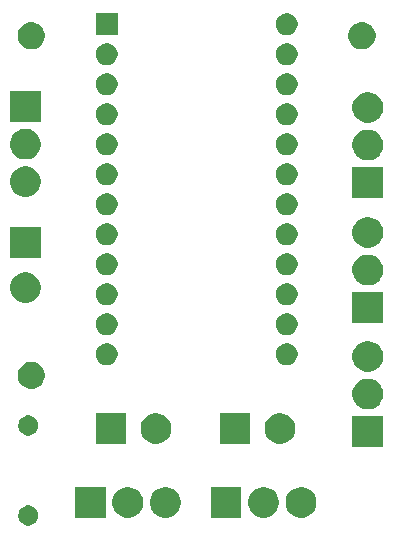
<source format=gts>
G04 #@! TF.GenerationSoftware,KiCad,Pcbnew,(5.1.5-0-10_14)*
G04 #@! TF.CreationDate,2020-12-13T15:36:32+01:00*
G04 #@! TF.ProjectId,pro_micro_shield,70726f5f-6d69-4637-926f-5f736869656c,rev?*
G04 #@! TF.SameCoordinates,Original*
G04 #@! TF.FileFunction,Soldermask,Top*
G04 #@! TF.FilePolarity,Negative*
%FSLAX46Y46*%
G04 Gerber Fmt 4.6, Leading zero omitted, Abs format (unit mm)*
G04 Created by KiCad (PCBNEW (5.1.5-0-10_14)) date 2020-12-13 15:36:32*
%MOMM*%
%LPD*%
G04 APERTURE LIST*
%ADD10C,0.100000*%
G04 APERTURE END LIST*
D10*
G36*
X160498228Y-113801703D02*
G01*
X160653100Y-113865853D01*
X160792481Y-113958985D01*
X160911015Y-114077519D01*
X161004147Y-114216900D01*
X161068297Y-114371772D01*
X161101000Y-114536184D01*
X161101000Y-114703816D01*
X161068297Y-114868228D01*
X161004147Y-115023100D01*
X160911015Y-115162481D01*
X160792481Y-115281015D01*
X160653100Y-115374147D01*
X160498228Y-115438297D01*
X160333816Y-115471000D01*
X160166184Y-115471000D01*
X160001772Y-115438297D01*
X159846900Y-115374147D01*
X159707519Y-115281015D01*
X159588985Y-115162481D01*
X159495853Y-115023100D01*
X159431703Y-114868228D01*
X159399000Y-114703816D01*
X159399000Y-114536184D01*
X159431703Y-114371772D01*
X159495853Y-114216900D01*
X159588985Y-114077519D01*
X159707519Y-113958985D01*
X159846900Y-113865853D01*
X160001772Y-113801703D01*
X160166184Y-113769000D01*
X160333816Y-113769000D01*
X160498228Y-113801703D01*
G37*
G36*
X180554393Y-112249304D02*
G01*
X180791101Y-112347352D01*
X180791103Y-112347353D01*
X181004135Y-112489696D01*
X181185304Y-112670865D01*
X181327647Y-112883897D01*
X181327648Y-112883899D01*
X181425696Y-113120607D01*
X181475680Y-113371893D01*
X181475680Y-113628107D01*
X181425696Y-113879393D01*
X181343629Y-114077519D01*
X181327647Y-114116103D01*
X181185304Y-114329135D01*
X181004135Y-114510304D01*
X180791103Y-114652647D01*
X180791102Y-114652648D01*
X180791101Y-114652648D01*
X180554393Y-114750696D01*
X180303107Y-114800680D01*
X180046893Y-114800680D01*
X179795607Y-114750696D01*
X179558899Y-114652648D01*
X179558898Y-114652648D01*
X179558897Y-114652647D01*
X179345865Y-114510304D01*
X179164696Y-114329135D01*
X179022353Y-114116103D01*
X179006371Y-114077519D01*
X178924304Y-113879393D01*
X178874320Y-113628107D01*
X178874320Y-113371893D01*
X178924304Y-113120607D01*
X179022352Y-112883899D01*
X179022353Y-112883897D01*
X179164696Y-112670865D01*
X179345865Y-112489696D01*
X179558897Y-112347353D01*
X179558899Y-112347352D01*
X179795607Y-112249304D01*
X180046893Y-112199320D01*
X180303107Y-112199320D01*
X180554393Y-112249304D01*
G37*
G36*
X178300680Y-114800680D02*
G01*
X175699320Y-114800680D01*
X175699320Y-112199320D01*
X178300680Y-112199320D01*
X178300680Y-114800680D01*
G37*
G36*
X172229393Y-112249304D02*
G01*
X172466101Y-112347352D01*
X172466103Y-112347353D01*
X172679135Y-112489696D01*
X172860304Y-112670865D01*
X173002647Y-112883897D01*
X173002648Y-112883899D01*
X173100696Y-113120607D01*
X173150680Y-113371893D01*
X173150680Y-113628107D01*
X173100696Y-113879393D01*
X173018629Y-114077519D01*
X173002647Y-114116103D01*
X172860304Y-114329135D01*
X172679135Y-114510304D01*
X172466103Y-114652647D01*
X172466102Y-114652648D01*
X172466101Y-114652648D01*
X172229393Y-114750696D01*
X171978107Y-114800680D01*
X171721893Y-114800680D01*
X171470607Y-114750696D01*
X171233899Y-114652648D01*
X171233898Y-114652648D01*
X171233897Y-114652647D01*
X171020865Y-114510304D01*
X170839696Y-114329135D01*
X170697353Y-114116103D01*
X170681371Y-114077519D01*
X170599304Y-113879393D01*
X170549320Y-113628107D01*
X170549320Y-113371893D01*
X170599304Y-113120607D01*
X170697352Y-112883899D01*
X170697353Y-112883897D01*
X170839696Y-112670865D01*
X171020865Y-112489696D01*
X171233897Y-112347353D01*
X171233899Y-112347352D01*
X171470607Y-112249304D01*
X171721893Y-112199320D01*
X171978107Y-112199320D01*
X172229393Y-112249304D01*
G37*
G36*
X169054393Y-112249304D02*
G01*
X169291101Y-112347352D01*
X169291103Y-112347353D01*
X169504135Y-112489696D01*
X169685304Y-112670865D01*
X169827647Y-112883897D01*
X169827648Y-112883899D01*
X169925696Y-113120607D01*
X169975680Y-113371893D01*
X169975680Y-113628107D01*
X169925696Y-113879393D01*
X169843629Y-114077519D01*
X169827647Y-114116103D01*
X169685304Y-114329135D01*
X169504135Y-114510304D01*
X169291103Y-114652647D01*
X169291102Y-114652648D01*
X169291101Y-114652648D01*
X169054393Y-114750696D01*
X168803107Y-114800680D01*
X168546893Y-114800680D01*
X168295607Y-114750696D01*
X168058899Y-114652648D01*
X168058898Y-114652648D01*
X168058897Y-114652647D01*
X167845865Y-114510304D01*
X167664696Y-114329135D01*
X167522353Y-114116103D01*
X167506371Y-114077519D01*
X167424304Y-113879393D01*
X167374320Y-113628107D01*
X167374320Y-113371893D01*
X167424304Y-113120607D01*
X167522352Y-112883899D01*
X167522353Y-112883897D01*
X167664696Y-112670865D01*
X167845865Y-112489696D01*
X168058897Y-112347353D01*
X168058899Y-112347352D01*
X168295607Y-112249304D01*
X168546893Y-112199320D01*
X168803107Y-112199320D01*
X169054393Y-112249304D01*
G37*
G36*
X166800680Y-114800680D02*
G01*
X164199320Y-114800680D01*
X164199320Y-112199320D01*
X166800680Y-112199320D01*
X166800680Y-114800680D01*
G37*
G36*
X183729393Y-112249304D02*
G01*
X183966101Y-112347352D01*
X183966103Y-112347353D01*
X184179135Y-112489696D01*
X184360304Y-112670865D01*
X184502647Y-112883897D01*
X184502648Y-112883899D01*
X184600696Y-113120607D01*
X184650680Y-113371893D01*
X184650680Y-113628107D01*
X184600696Y-113879393D01*
X184518629Y-114077519D01*
X184502647Y-114116103D01*
X184360304Y-114329135D01*
X184179135Y-114510304D01*
X183966103Y-114652647D01*
X183966102Y-114652648D01*
X183966101Y-114652648D01*
X183729393Y-114750696D01*
X183478107Y-114800680D01*
X183221893Y-114800680D01*
X182970607Y-114750696D01*
X182733899Y-114652648D01*
X182733898Y-114652648D01*
X182733897Y-114652647D01*
X182520865Y-114510304D01*
X182339696Y-114329135D01*
X182197353Y-114116103D01*
X182181371Y-114077519D01*
X182099304Y-113879393D01*
X182049320Y-113628107D01*
X182049320Y-113371893D01*
X182099304Y-113120607D01*
X182197352Y-112883899D01*
X182197353Y-112883897D01*
X182339696Y-112670865D01*
X182520865Y-112489696D01*
X182733897Y-112347353D01*
X182733899Y-112347352D01*
X182970607Y-112249304D01*
X183221893Y-112199320D01*
X183478107Y-112199320D01*
X183729393Y-112249304D01*
G37*
G36*
X190300680Y-108800680D02*
G01*
X187699320Y-108800680D01*
X187699320Y-106199320D01*
X190300680Y-106199320D01*
X190300680Y-108800680D01*
G37*
G36*
X181939393Y-105999304D02*
G01*
X182176101Y-106097352D01*
X182176103Y-106097353D01*
X182389135Y-106239696D01*
X182570304Y-106420865D01*
X182687926Y-106596900D01*
X182712648Y-106633899D01*
X182810696Y-106870607D01*
X182860680Y-107121893D01*
X182860680Y-107378107D01*
X182810696Y-107629393D01*
X182732450Y-107818295D01*
X182712647Y-107866103D01*
X182570304Y-108079135D01*
X182389135Y-108260304D01*
X182176103Y-108402647D01*
X182176102Y-108402648D01*
X182176101Y-108402648D01*
X181939393Y-108500696D01*
X181688107Y-108550680D01*
X181431893Y-108550680D01*
X181180607Y-108500696D01*
X180943899Y-108402648D01*
X180943898Y-108402648D01*
X180943897Y-108402647D01*
X180730865Y-108260304D01*
X180549696Y-108079135D01*
X180407353Y-107866103D01*
X180387550Y-107818295D01*
X180309304Y-107629393D01*
X180259320Y-107378107D01*
X180259320Y-107121893D01*
X180309304Y-106870607D01*
X180407352Y-106633899D01*
X180432074Y-106596900D01*
X180549696Y-106420865D01*
X180730865Y-106239696D01*
X180943897Y-106097353D01*
X180943899Y-106097352D01*
X181180607Y-105999304D01*
X181431893Y-105949320D01*
X181688107Y-105949320D01*
X181939393Y-105999304D01*
G37*
G36*
X179050680Y-108550680D02*
G01*
X176449320Y-108550680D01*
X176449320Y-105949320D01*
X179050680Y-105949320D01*
X179050680Y-108550680D01*
G37*
G36*
X171439393Y-105999304D02*
G01*
X171676101Y-106097352D01*
X171676103Y-106097353D01*
X171889135Y-106239696D01*
X172070304Y-106420865D01*
X172187926Y-106596900D01*
X172212648Y-106633899D01*
X172310696Y-106870607D01*
X172360680Y-107121893D01*
X172360680Y-107378107D01*
X172310696Y-107629393D01*
X172232450Y-107818295D01*
X172212647Y-107866103D01*
X172070304Y-108079135D01*
X171889135Y-108260304D01*
X171676103Y-108402647D01*
X171676102Y-108402648D01*
X171676101Y-108402648D01*
X171439393Y-108500696D01*
X171188107Y-108550680D01*
X170931893Y-108550680D01*
X170680607Y-108500696D01*
X170443899Y-108402648D01*
X170443898Y-108402648D01*
X170443897Y-108402647D01*
X170230865Y-108260304D01*
X170049696Y-108079135D01*
X169907353Y-107866103D01*
X169887550Y-107818295D01*
X169809304Y-107629393D01*
X169759320Y-107378107D01*
X169759320Y-107121893D01*
X169809304Y-106870607D01*
X169907352Y-106633899D01*
X169932074Y-106596900D01*
X170049696Y-106420865D01*
X170230865Y-106239696D01*
X170443897Y-106097353D01*
X170443899Y-106097352D01*
X170680607Y-105999304D01*
X170931893Y-105949320D01*
X171188107Y-105949320D01*
X171439393Y-105999304D01*
G37*
G36*
X168550680Y-108550680D02*
G01*
X165949320Y-108550680D01*
X165949320Y-105949320D01*
X168550680Y-105949320D01*
X168550680Y-108550680D01*
G37*
G36*
X160498228Y-106181703D02*
G01*
X160653100Y-106245853D01*
X160792481Y-106338985D01*
X160911015Y-106457519D01*
X161004147Y-106596900D01*
X161068297Y-106751772D01*
X161101000Y-106916184D01*
X161101000Y-107083816D01*
X161068297Y-107248228D01*
X161004147Y-107403100D01*
X160911015Y-107542481D01*
X160792481Y-107661015D01*
X160653100Y-107754147D01*
X160498228Y-107818297D01*
X160333816Y-107851000D01*
X160166184Y-107851000D01*
X160001772Y-107818297D01*
X159846900Y-107754147D01*
X159707519Y-107661015D01*
X159588985Y-107542481D01*
X159495853Y-107403100D01*
X159431703Y-107248228D01*
X159399000Y-107083816D01*
X159399000Y-106916184D01*
X159431703Y-106751772D01*
X159495853Y-106596900D01*
X159588985Y-106457519D01*
X159707519Y-106338985D01*
X159846900Y-106245853D01*
X160001772Y-106181703D01*
X160166184Y-106149000D01*
X160333816Y-106149000D01*
X160498228Y-106181703D01*
G37*
G36*
X189379393Y-103074304D02*
G01*
X189616101Y-103172352D01*
X189616103Y-103172353D01*
X189829135Y-103314696D01*
X190010304Y-103495865D01*
X190109311Y-103644040D01*
X190152648Y-103708899D01*
X190250696Y-103945607D01*
X190300680Y-104196893D01*
X190300680Y-104453107D01*
X190250696Y-104704393D01*
X190152648Y-104941101D01*
X190152647Y-104941103D01*
X190010304Y-105154135D01*
X189829135Y-105335304D01*
X189616103Y-105477647D01*
X189616102Y-105477648D01*
X189616101Y-105477648D01*
X189379393Y-105575696D01*
X189128107Y-105625680D01*
X188871893Y-105625680D01*
X188620607Y-105575696D01*
X188383899Y-105477648D01*
X188383898Y-105477648D01*
X188383897Y-105477647D01*
X188170865Y-105335304D01*
X187989696Y-105154135D01*
X187847353Y-104941103D01*
X187847352Y-104941101D01*
X187749304Y-104704393D01*
X187699320Y-104453107D01*
X187699320Y-104196893D01*
X187749304Y-103945607D01*
X187847352Y-103708899D01*
X187890689Y-103644040D01*
X187989696Y-103495865D01*
X188170865Y-103314696D01*
X188383897Y-103172353D01*
X188383899Y-103172352D01*
X188620607Y-103074304D01*
X188871893Y-103024320D01*
X189128107Y-103024320D01*
X189379393Y-103074304D01*
G37*
G36*
X160724549Y-101621116D02*
G01*
X160835734Y-101643232D01*
X161045203Y-101729997D01*
X161233720Y-101855960D01*
X161394040Y-102016280D01*
X161520003Y-102204797D01*
X161606768Y-102414266D01*
X161651000Y-102636636D01*
X161651000Y-102863364D01*
X161606768Y-103085734D01*
X161520003Y-103295203D01*
X161394040Y-103483720D01*
X161233720Y-103644040D01*
X161045203Y-103770003D01*
X160835734Y-103856768D01*
X160724549Y-103878884D01*
X160613365Y-103901000D01*
X160386635Y-103901000D01*
X160275451Y-103878884D01*
X160164266Y-103856768D01*
X159954797Y-103770003D01*
X159766280Y-103644040D01*
X159605960Y-103483720D01*
X159479997Y-103295203D01*
X159393232Y-103085734D01*
X159349000Y-102863364D01*
X159349000Y-102636636D01*
X159393232Y-102414266D01*
X159479997Y-102204797D01*
X159605960Y-102016280D01*
X159766280Y-101855960D01*
X159954797Y-101729997D01*
X160164266Y-101643232D01*
X160275451Y-101621116D01*
X160386635Y-101599000D01*
X160613365Y-101599000D01*
X160724549Y-101621116D01*
G37*
G36*
X189379393Y-99899304D02*
G01*
X189616101Y-99997352D01*
X189616103Y-99997353D01*
X189829135Y-100139696D01*
X190010304Y-100320865D01*
X190150550Y-100530759D01*
X190152648Y-100533899D01*
X190250696Y-100770607D01*
X190300680Y-101021893D01*
X190300680Y-101278107D01*
X190250696Y-101529393D01*
X190184053Y-101690282D01*
X190152647Y-101766103D01*
X190010304Y-101979135D01*
X189829135Y-102160304D01*
X189616103Y-102302647D01*
X189616102Y-102302648D01*
X189616101Y-102302648D01*
X189379393Y-102400696D01*
X189128107Y-102450680D01*
X188871893Y-102450680D01*
X188620607Y-102400696D01*
X188383899Y-102302648D01*
X188383898Y-102302648D01*
X188383897Y-102302647D01*
X188170865Y-102160304D01*
X187989696Y-101979135D01*
X187847353Y-101766103D01*
X187815947Y-101690282D01*
X187749304Y-101529393D01*
X187699320Y-101278107D01*
X187699320Y-101021893D01*
X187749304Y-100770607D01*
X187847352Y-100533899D01*
X187849450Y-100530759D01*
X187989696Y-100320865D01*
X188170865Y-100139696D01*
X188383897Y-99997353D01*
X188383899Y-99997352D01*
X188620607Y-99899304D01*
X188871893Y-99849320D01*
X189128107Y-99849320D01*
X189379393Y-99899304D01*
G37*
G36*
X182390483Y-100078335D02*
G01*
X182559240Y-100148236D01*
X182711118Y-100249718D01*
X182840282Y-100378882D01*
X182941764Y-100530760D01*
X183011665Y-100699517D01*
X183047300Y-100878668D01*
X183047300Y-101061332D01*
X183011665Y-101240483D01*
X182941764Y-101409240D01*
X182840282Y-101561118D01*
X182711118Y-101690282D01*
X182559240Y-101791764D01*
X182390483Y-101861665D01*
X182211332Y-101897300D01*
X182028668Y-101897300D01*
X181849517Y-101861665D01*
X181680760Y-101791764D01*
X181528882Y-101690282D01*
X181399718Y-101561118D01*
X181298236Y-101409240D01*
X181228335Y-101240483D01*
X181192700Y-101061332D01*
X181192700Y-100878668D01*
X181228335Y-100699517D01*
X181298236Y-100530760D01*
X181399718Y-100378882D01*
X181528882Y-100249718D01*
X181680760Y-100148236D01*
X181849517Y-100078335D01*
X182028668Y-100042700D01*
X182211332Y-100042700D01*
X182390483Y-100078335D01*
G37*
G36*
X167150483Y-100078335D02*
G01*
X167319240Y-100148236D01*
X167471118Y-100249718D01*
X167600282Y-100378882D01*
X167701764Y-100530760D01*
X167771665Y-100699517D01*
X167807300Y-100878668D01*
X167807300Y-101061332D01*
X167771665Y-101240483D01*
X167701764Y-101409240D01*
X167600282Y-101561118D01*
X167471118Y-101690282D01*
X167319240Y-101791764D01*
X167150483Y-101861665D01*
X166971332Y-101897300D01*
X166788668Y-101897300D01*
X166609517Y-101861665D01*
X166440760Y-101791764D01*
X166288882Y-101690282D01*
X166159718Y-101561118D01*
X166058236Y-101409240D01*
X165988335Y-101240483D01*
X165952700Y-101061332D01*
X165952700Y-100878668D01*
X165988335Y-100699517D01*
X166058236Y-100530760D01*
X166159718Y-100378882D01*
X166288882Y-100249718D01*
X166440760Y-100148236D01*
X166609517Y-100078335D01*
X166788668Y-100042700D01*
X166971332Y-100042700D01*
X167150483Y-100078335D01*
G37*
G36*
X167150483Y-97538335D02*
G01*
X167319240Y-97608236D01*
X167471118Y-97709718D01*
X167600282Y-97838882D01*
X167701764Y-97990760D01*
X167771665Y-98159517D01*
X167807300Y-98338668D01*
X167807300Y-98521332D01*
X167771665Y-98700483D01*
X167701764Y-98869240D01*
X167600282Y-99021118D01*
X167471118Y-99150282D01*
X167319240Y-99251764D01*
X167150483Y-99321665D01*
X166971332Y-99357300D01*
X166788668Y-99357300D01*
X166609517Y-99321665D01*
X166440760Y-99251764D01*
X166288882Y-99150282D01*
X166159718Y-99021118D01*
X166058236Y-98869240D01*
X165988335Y-98700483D01*
X165952700Y-98521332D01*
X165952700Y-98338668D01*
X165988335Y-98159517D01*
X166058236Y-97990760D01*
X166159718Y-97838882D01*
X166288882Y-97709718D01*
X166440760Y-97608236D01*
X166609517Y-97538335D01*
X166788668Y-97502700D01*
X166971332Y-97502700D01*
X167150483Y-97538335D01*
G37*
G36*
X182390483Y-97538335D02*
G01*
X182559240Y-97608236D01*
X182711118Y-97709718D01*
X182840282Y-97838882D01*
X182941764Y-97990760D01*
X183011665Y-98159517D01*
X183047300Y-98338668D01*
X183047300Y-98521332D01*
X183011665Y-98700483D01*
X182941764Y-98869240D01*
X182840282Y-99021118D01*
X182711118Y-99150282D01*
X182559240Y-99251764D01*
X182390483Y-99321665D01*
X182211332Y-99357300D01*
X182028668Y-99357300D01*
X181849517Y-99321665D01*
X181680760Y-99251764D01*
X181528882Y-99150282D01*
X181399718Y-99021118D01*
X181298236Y-98869240D01*
X181228335Y-98700483D01*
X181192700Y-98521332D01*
X181192700Y-98338668D01*
X181228335Y-98159517D01*
X181298236Y-97990760D01*
X181399718Y-97838882D01*
X181528882Y-97709718D01*
X181680760Y-97608236D01*
X181849517Y-97538335D01*
X182028668Y-97502700D01*
X182211332Y-97502700D01*
X182390483Y-97538335D01*
G37*
G36*
X190300680Y-98300680D02*
G01*
X187699320Y-98300680D01*
X187699320Y-95699320D01*
X190300680Y-95699320D01*
X190300680Y-98300680D01*
G37*
G36*
X167150483Y-94998335D02*
G01*
X167319240Y-95068236D01*
X167471118Y-95169718D01*
X167600282Y-95298882D01*
X167701764Y-95450760D01*
X167771665Y-95619517D01*
X167807300Y-95798668D01*
X167807300Y-95981332D01*
X167771665Y-96160483D01*
X167701764Y-96329240D01*
X167600282Y-96481118D01*
X167471118Y-96610282D01*
X167319240Y-96711764D01*
X167150483Y-96781665D01*
X166971332Y-96817300D01*
X166788668Y-96817300D01*
X166609517Y-96781665D01*
X166440760Y-96711764D01*
X166288882Y-96610282D01*
X166159718Y-96481118D01*
X166058236Y-96329240D01*
X165988335Y-96160483D01*
X165952700Y-95981332D01*
X165952700Y-95798668D01*
X165988335Y-95619517D01*
X166058236Y-95450760D01*
X166159718Y-95298882D01*
X166288882Y-95169718D01*
X166440760Y-95068236D01*
X166609517Y-94998335D01*
X166788668Y-94962700D01*
X166971332Y-94962700D01*
X167150483Y-94998335D01*
G37*
G36*
X182390483Y-94998335D02*
G01*
X182559240Y-95068236D01*
X182711118Y-95169718D01*
X182840282Y-95298882D01*
X182941764Y-95450760D01*
X183011665Y-95619517D01*
X183047300Y-95798668D01*
X183047300Y-95981332D01*
X183011665Y-96160483D01*
X182941764Y-96329240D01*
X182840282Y-96481118D01*
X182711118Y-96610282D01*
X182559240Y-96711764D01*
X182390483Y-96781665D01*
X182211332Y-96817300D01*
X182028668Y-96817300D01*
X181849517Y-96781665D01*
X181680760Y-96711764D01*
X181528882Y-96610282D01*
X181399718Y-96481118D01*
X181298236Y-96329240D01*
X181228335Y-96160483D01*
X181192700Y-95981332D01*
X181192700Y-95798668D01*
X181228335Y-95619517D01*
X181298236Y-95450760D01*
X181399718Y-95298882D01*
X181528882Y-95169718D01*
X181680760Y-95068236D01*
X181849517Y-94998335D01*
X182028668Y-94962700D01*
X182211332Y-94962700D01*
X182390483Y-94998335D01*
G37*
G36*
X160379393Y-94059304D02*
G01*
X160616101Y-94157352D01*
X160616103Y-94157353D01*
X160829135Y-94299696D01*
X161010304Y-94480865D01*
X161126078Y-94654134D01*
X161152648Y-94693899D01*
X161250696Y-94930607D01*
X161300680Y-95181893D01*
X161300680Y-95438107D01*
X161250696Y-95689393D01*
X161205432Y-95798669D01*
X161152647Y-95926103D01*
X161010304Y-96139135D01*
X160829135Y-96320304D01*
X160616103Y-96462647D01*
X160616102Y-96462648D01*
X160616101Y-96462648D01*
X160379393Y-96560696D01*
X160128107Y-96610680D01*
X159871893Y-96610680D01*
X159620607Y-96560696D01*
X159383899Y-96462648D01*
X159383898Y-96462648D01*
X159383897Y-96462647D01*
X159170865Y-96320304D01*
X158989696Y-96139135D01*
X158847353Y-95926103D01*
X158794568Y-95798669D01*
X158749304Y-95689393D01*
X158699320Y-95438107D01*
X158699320Y-95181893D01*
X158749304Y-94930607D01*
X158847352Y-94693899D01*
X158873922Y-94654134D01*
X158989696Y-94480865D01*
X159170865Y-94299696D01*
X159383897Y-94157353D01*
X159383899Y-94157352D01*
X159620607Y-94059304D01*
X159871893Y-94009320D01*
X160128107Y-94009320D01*
X160379393Y-94059304D01*
G37*
G36*
X189379393Y-92574304D02*
G01*
X189616101Y-92672352D01*
X189616103Y-92672353D01*
X189829135Y-92814696D01*
X190010304Y-92995865D01*
X190066198Y-93079517D01*
X190152648Y-93208899D01*
X190250696Y-93445607D01*
X190300680Y-93696893D01*
X190300680Y-93953107D01*
X190250696Y-94204393D01*
X190211220Y-94299696D01*
X190152647Y-94441103D01*
X190010304Y-94654135D01*
X189829135Y-94835304D01*
X189616103Y-94977647D01*
X189616102Y-94977648D01*
X189616101Y-94977648D01*
X189379393Y-95075696D01*
X189128107Y-95125680D01*
X188871893Y-95125680D01*
X188620607Y-95075696D01*
X188383899Y-94977648D01*
X188383898Y-94977648D01*
X188383897Y-94977647D01*
X188170865Y-94835304D01*
X187989696Y-94654135D01*
X187847353Y-94441103D01*
X187788780Y-94299696D01*
X187749304Y-94204393D01*
X187699320Y-93953107D01*
X187699320Y-93696893D01*
X187749304Y-93445607D01*
X187847352Y-93208899D01*
X187933802Y-93079517D01*
X187989696Y-92995865D01*
X188170865Y-92814696D01*
X188383897Y-92672353D01*
X188383899Y-92672352D01*
X188620607Y-92574304D01*
X188871893Y-92524320D01*
X189128107Y-92524320D01*
X189379393Y-92574304D01*
G37*
G36*
X167150483Y-92458335D02*
G01*
X167319240Y-92528236D01*
X167471118Y-92629718D01*
X167600282Y-92758882D01*
X167701764Y-92910760D01*
X167771665Y-93079517D01*
X167807300Y-93258668D01*
X167807300Y-93441332D01*
X167771665Y-93620483D01*
X167701764Y-93789240D01*
X167600282Y-93941118D01*
X167471118Y-94070282D01*
X167319240Y-94171764D01*
X167150483Y-94241665D01*
X166971332Y-94277300D01*
X166788668Y-94277300D01*
X166609517Y-94241665D01*
X166440760Y-94171764D01*
X166288882Y-94070282D01*
X166159718Y-93941118D01*
X166058236Y-93789240D01*
X165988335Y-93620483D01*
X165952700Y-93441332D01*
X165952700Y-93258668D01*
X165988335Y-93079517D01*
X166058236Y-92910760D01*
X166159718Y-92758882D01*
X166288882Y-92629718D01*
X166440760Y-92528236D01*
X166609517Y-92458335D01*
X166788668Y-92422700D01*
X166971332Y-92422700D01*
X167150483Y-92458335D01*
G37*
G36*
X182390483Y-92458335D02*
G01*
X182559240Y-92528236D01*
X182711118Y-92629718D01*
X182840282Y-92758882D01*
X182941764Y-92910760D01*
X183011665Y-93079517D01*
X183047300Y-93258668D01*
X183047300Y-93441332D01*
X183011665Y-93620483D01*
X182941764Y-93789240D01*
X182840282Y-93941118D01*
X182711118Y-94070282D01*
X182559240Y-94171764D01*
X182390483Y-94241665D01*
X182211332Y-94277300D01*
X182028668Y-94277300D01*
X181849517Y-94241665D01*
X181680760Y-94171764D01*
X181528882Y-94070282D01*
X181399718Y-93941118D01*
X181298236Y-93789240D01*
X181228335Y-93620483D01*
X181192700Y-93441332D01*
X181192700Y-93258668D01*
X181228335Y-93079517D01*
X181298236Y-92910760D01*
X181399718Y-92758882D01*
X181528882Y-92629718D01*
X181680760Y-92528236D01*
X181849517Y-92458335D01*
X182028668Y-92422700D01*
X182211332Y-92422700D01*
X182390483Y-92458335D01*
G37*
G36*
X161300680Y-92800680D02*
G01*
X158699320Y-92800680D01*
X158699320Y-90199320D01*
X161300680Y-90199320D01*
X161300680Y-92800680D01*
G37*
G36*
X189379393Y-89399304D02*
G01*
X189616101Y-89497352D01*
X189616103Y-89497353D01*
X189829135Y-89639696D01*
X190010304Y-89820865D01*
X190075431Y-89918335D01*
X190152648Y-90033899D01*
X190250696Y-90270607D01*
X190300680Y-90521893D01*
X190300680Y-90778107D01*
X190250696Y-91029393D01*
X190152648Y-91266101D01*
X190152647Y-91266103D01*
X190010304Y-91479135D01*
X189829135Y-91660304D01*
X189616103Y-91802647D01*
X189616102Y-91802648D01*
X189616101Y-91802648D01*
X189379393Y-91900696D01*
X189128107Y-91950680D01*
X188871893Y-91950680D01*
X188620607Y-91900696D01*
X188383899Y-91802648D01*
X188383898Y-91802648D01*
X188383897Y-91802647D01*
X188170865Y-91660304D01*
X187989696Y-91479135D01*
X187847353Y-91266103D01*
X187847352Y-91266101D01*
X187749304Y-91029393D01*
X187699320Y-90778107D01*
X187699320Y-90521893D01*
X187749304Y-90270607D01*
X187847352Y-90033899D01*
X187924569Y-89918335D01*
X187989696Y-89820865D01*
X188170865Y-89639696D01*
X188383897Y-89497353D01*
X188383899Y-89497352D01*
X188620607Y-89399304D01*
X188871893Y-89349320D01*
X189128107Y-89349320D01*
X189379393Y-89399304D01*
G37*
G36*
X182390483Y-89918335D02*
G01*
X182559240Y-89988236D01*
X182711118Y-90089718D01*
X182840282Y-90218882D01*
X182941764Y-90370760D01*
X183011665Y-90539517D01*
X183047300Y-90718668D01*
X183047300Y-90901332D01*
X183011665Y-91080483D01*
X182941764Y-91249240D01*
X182840282Y-91401118D01*
X182711118Y-91530282D01*
X182559240Y-91631764D01*
X182390483Y-91701665D01*
X182211332Y-91737300D01*
X182028668Y-91737300D01*
X181849517Y-91701665D01*
X181680760Y-91631764D01*
X181528882Y-91530282D01*
X181399718Y-91401118D01*
X181298236Y-91249240D01*
X181228335Y-91080483D01*
X181192700Y-90901332D01*
X181192700Y-90718668D01*
X181228335Y-90539517D01*
X181298236Y-90370760D01*
X181399718Y-90218882D01*
X181528882Y-90089718D01*
X181680760Y-89988236D01*
X181849517Y-89918335D01*
X182028668Y-89882700D01*
X182211332Y-89882700D01*
X182390483Y-89918335D01*
G37*
G36*
X167150483Y-89918335D02*
G01*
X167319240Y-89988236D01*
X167471118Y-90089718D01*
X167600282Y-90218882D01*
X167701764Y-90370760D01*
X167771665Y-90539517D01*
X167807300Y-90718668D01*
X167807300Y-90901332D01*
X167771665Y-91080483D01*
X167701764Y-91249240D01*
X167600282Y-91401118D01*
X167471118Y-91530282D01*
X167319240Y-91631764D01*
X167150483Y-91701665D01*
X166971332Y-91737300D01*
X166788668Y-91737300D01*
X166609517Y-91701665D01*
X166440760Y-91631764D01*
X166288882Y-91530282D01*
X166159718Y-91401118D01*
X166058236Y-91249240D01*
X165988335Y-91080483D01*
X165952700Y-90901332D01*
X165952700Y-90718668D01*
X165988335Y-90539517D01*
X166058236Y-90370760D01*
X166159718Y-90218882D01*
X166288882Y-90089718D01*
X166440760Y-89988236D01*
X166609517Y-89918335D01*
X166788668Y-89882700D01*
X166971332Y-89882700D01*
X167150483Y-89918335D01*
G37*
G36*
X182390483Y-87378335D02*
G01*
X182559240Y-87448236D01*
X182711118Y-87549718D01*
X182840282Y-87678882D01*
X182941764Y-87830760D01*
X183011665Y-87999517D01*
X183047300Y-88178668D01*
X183047300Y-88361332D01*
X183011665Y-88540483D01*
X182941764Y-88709240D01*
X182840282Y-88861118D01*
X182711118Y-88990282D01*
X182559240Y-89091764D01*
X182390483Y-89161665D01*
X182211332Y-89197300D01*
X182028668Y-89197300D01*
X181849517Y-89161665D01*
X181680760Y-89091764D01*
X181528882Y-88990282D01*
X181399718Y-88861118D01*
X181298236Y-88709240D01*
X181228335Y-88540483D01*
X181192700Y-88361332D01*
X181192700Y-88178668D01*
X181228335Y-87999517D01*
X181298236Y-87830760D01*
X181399718Y-87678882D01*
X181528882Y-87549718D01*
X181680760Y-87448236D01*
X181849517Y-87378335D01*
X182028668Y-87342700D01*
X182211332Y-87342700D01*
X182390483Y-87378335D01*
G37*
G36*
X167150483Y-87378335D02*
G01*
X167319240Y-87448236D01*
X167471118Y-87549718D01*
X167600282Y-87678882D01*
X167701764Y-87830760D01*
X167771665Y-87999517D01*
X167807300Y-88178668D01*
X167807300Y-88361332D01*
X167771665Y-88540483D01*
X167701764Y-88709240D01*
X167600282Y-88861118D01*
X167471118Y-88990282D01*
X167319240Y-89091764D01*
X167150483Y-89161665D01*
X166971332Y-89197300D01*
X166788668Y-89197300D01*
X166609517Y-89161665D01*
X166440760Y-89091764D01*
X166288882Y-88990282D01*
X166159718Y-88861118D01*
X166058236Y-88709240D01*
X165988335Y-88540483D01*
X165952700Y-88361332D01*
X165952700Y-88178668D01*
X165988335Y-87999517D01*
X166058236Y-87830760D01*
X166159718Y-87678882D01*
X166288882Y-87549718D01*
X166440760Y-87448236D01*
X166609517Y-87378335D01*
X166788668Y-87342700D01*
X166971332Y-87342700D01*
X167150483Y-87378335D01*
G37*
G36*
X190300680Y-87725680D02*
G01*
X187699320Y-87725680D01*
X187699320Y-85124320D01*
X190300680Y-85124320D01*
X190300680Y-87725680D01*
G37*
G36*
X160379393Y-85099304D02*
G01*
X160616101Y-85197352D01*
X160616103Y-85197353D01*
X160829135Y-85339696D01*
X161010304Y-85520865D01*
X161152647Y-85733897D01*
X161152648Y-85733899D01*
X161250696Y-85970607D01*
X161300680Y-86221893D01*
X161300680Y-86478107D01*
X161250696Y-86729393D01*
X161152648Y-86966101D01*
X161152647Y-86966103D01*
X161010304Y-87179135D01*
X160829135Y-87360304D01*
X160616103Y-87502647D01*
X160616102Y-87502648D01*
X160616101Y-87502648D01*
X160379393Y-87600696D01*
X160128107Y-87650680D01*
X159871893Y-87650680D01*
X159620607Y-87600696D01*
X159383899Y-87502648D01*
X159383898Y-87502648D01*
X159383897Y-87502647D01*
X159170865Y-87360304D01*
X158989696Y-87179135D01*
X158847353Y-86966103D01*
X158847352Y-86966101D01*
X158749304Y-86729393D01*
X158699320Y-86478107D01*
X158699320Y-86221893D01*
X158749304Y-85970607D01*
X158847352Y-85733899D01*
X158847353Y-85733897D01*
X158989696Y-85520865D01*
X159170865Y-85339696D01*
X159383897Y-85197353D01*
X159383899Y-85197352D01*
X159620607Y-85099304D01*
X159871893Y-85049320D01*
X160128107Y-85049320D01*
X160379393Y-85099304D01*
G37*
G36*
X182390483Y-84838335D02*
G01*
X182559240Y-84908236D01*
X182711118Y-85009718D01*
X182840282Y-85138882D01*
X182941764Y-85290760D01*
X183011665Y-85459517D01*
X183047300Y-85638668D01*
X183047300Y-85821332D01*
X183011665Y-86000483D01*
X182941764Y-86169240D01*
X182840282Y-86321118D01*
X182711118Y-86450282D01*
X182559240Y-86551764D01*
X182390483Y-86621665D01*
X182211332Y-86657300D01*
X182028668Y-86657300D01*
X181849517Y-86621665D01*
X181680760Y-86551764D01*
X181528882Y-86450282D01*
X181399718Y-86321118D01*
X181298236Y-86169240D01*
X181228335Y-86000483D01*
X181192700Y-85821332D01*
X181192700Y-85638668D01*
X181228335Y-85459517D01*
X181298236Y-85290760D01*
X181399718Y-85138882D01*
X181528882Y-85009718D01*
X181680760Y-84908236D01*
X181849517Y-84838335D01*
X182028668Y-84802700D01*
X182211332Y-84802700D01*
X182390483Y-84838335D01*
G37*
G36*
X167150483Y-84838335D02*
G01*
X167319240Y-84908236D01*
X167471118Y-85009718D01*
X167600282Y-85138882D01*
X167701764Y-85290760D01*
X167771665Y-85459517D01*
X167807300Y-85638668D01*
X167807300Y-85821332D01*
X167771665Y-86000483D01*
X167701764Y-86169240D01*
X167600282Y-86321118D01*
X167471118Y-86450282D01*
X167319240Y-86551764D01*
X167150483Y-86621665D01*
X166971332Y-86657300D01*
X166788668Y-86657300D01*
X166609517Y-86621665D01*
X166440760Y-86551764D01*
X166288882Y-86450282D01*
X166159718Y-86321118D01*
X166058236Y-86169240D01*
X165988335Y-86000483D01*
X165952700Y-85821332D01*
X165952700Y-85638668D01*
X165988335Y-85459517D01*
X166058236Y-85290760D01*
X166159718Y-85138882D01*
X166288882Y-85009718D01*
X166440760Y-84908236D01*
X166609517Y-84838335D01*
X166788668Y-84802700D01*
X166971332Y-84802700D01*
X167150483Y-84838335D01*
G37*
G36*
X189379393Y-81999304D02*
G01*
X189616101Y-82097352D01*
X189616103Y-82097353D01*
X189829135Y-82239696D01*
X190010304Y-82420865D01*
X190152647Y-82633897D01*
X190152648Y-82633899D01*
X190250696Y-82870607D01*
X190300680Y-83121893D01*
X190300680Y-83378107D01*
X190250696Y-83629393D01*
X190183714Y-83791101D01*
X190152647Y-83866103D01*
X190010304Y-84079135D01*
X189829135Y-84260304D01*
X189616103Y-84402647D01*
X189616102Y-84402648D01*
X189616101Y-84402648D01*
X189379393Y-84500696D01*
X189128107Y-84550680D01*
X188871893Y-84550680D01*
X188620607Y-84500696D01*
X188383899Y-84402648D01*
X188383898Y-84402648D01*
X188383897Y-84402647D01*
X188170865Y-84260304D01*
X187989696Y-84079135D01*
X187847353Y-83866103D01*
X187816286Y-83791101D01*
X187749304Y-83629393D01*
X187699320Y-83378107D01*
X187699320Y-83121893D01*
X187749304Y-82870607D01*
X187847352Y-82633899D01*
X187847353Y-82633897D01*
X187989696Y-82420865D01*
X188170865Y-82239696D01*
X188383897Y-82097353D01*
X188383899Y-82097352D01*
X188620607Y-81999304D01*
X188871893Y-81949320D01*
X189128107Y-81949320D01*
X189379393Y-81999304D01*
G37*
G36*
X160379393Y-81924304D02*
G01*
X160616101Y-82022352D01*
X160616103Y-82022353D01*
X160829135Y-82164696D01*
X161010304Y-82345865D01*
X161093060Y-82469719D01*
X161152648Y-82558899D01*
X161250696Y-82795607D01*
X161300680Y-83046893D01*
X161300680Y-83303107D01*
X161250696Y-83554393D01*
X161219629Y-83629394D01*
X161152647Y-83791103D01*
X161010304Y-84004135D01*
X160829135Y-84185304D01*
X160616103Y-84327647D01*
X160616102Y-84327648D01*
X160616101Y-84327648D01*
X160379393Y-84425696D01*
X160128107Y-84475680D01*
X159871893Y-84475680D01*
X159620607Y-84425696D01*
X159383899Y-84327648D01*
X159383898Y-84327648D01*
X159383897Y-84327647D01*
X159170865Y-84185304D01*
X158989696Y-84004135D01*
X158847353Y-83791103D01*
X158780371Y-83629394D01*
X158749304Y-83554393D01*
X158699320Y-83303107D01*
X158699320Y-83046893D01*
X158749304Y-82795607D01*
X158847352Y-82558899D01*
X158906940Y-82469719D01*
X158989696Y-82345865D01*
X159170865Y-82164696D01*
X159383897Y-82022353D01*
X159383899Y-82022352D01*
X159620607Y-81924304D01*
X159871893Y-81874320D01*
X160128107Y-81874320D01*
X160379393Y-81924304D01*
G37*
G36*
X167150483Y-82298335D02*
G01*
X167319240Y-82368236D01*
X167471118Y-82469718D01*
X167600282Y-82598882D01*
X167701764Y-82750760D01*
X167771665Y-82919517D01*
X167807300Y-83098668D01*
X167807300Y-83281332D01*
X167771665Y-83460483D01*
X167701764Y-83629240D01*
X167600282Y-83781118D01*
X167471118Y-83910282D01*
X167319240Y-84011764D01*
X167150483Y-84081665D01*
X166971332Y-84117300D01*
X166788668Y-84117300D01*
X166609517Y-84081665D01*
X166440760Y-84011764D01*
X166288882Y-83910282D01*
X166159718Y-83781118D01*
X166058236Y-83629240D01*
X165988335Y-83460483D01*
X165952700Y-83281332D01*
X165952700Y-83098668D01*
X165988335Y-82919517D01*
X166058236Y-82750760D01*
X166159718Y-82598882D01*
X166288882Y-82469718D01*
X166440760Y-82368236D01*
X166609517Y-82298335D01*
X166788668Y-82262700D01*
X166971332Y-82262700D01*
X167150483Y-82298335D01*
G37*
G36*
X182390483Y-82298335D02*
G01*
X182559240Y-82368236D01*
X182711118Y-82469718D01*
X182840282Y-82598882D01*
X182941764Y-82750760D01*
X183011665Y-82919517D01*
X183047300Y-83098668D01*
X183047300Y-83281332D01*
X183011665Y-83460483D01*
X182941764Y-83629240D01*
X182840282Y-83781118D01*
X182711118Y-83910282D01*
X182559240Y-84011764D01*
X182390483Y-84081665D01*
X182211332Y-84117300D01*
X182028668Y-84117300D01*
X181849517Y-84081665D01*
X181680760Y-84011764D01*
X181528882Y-83910282D01*
X181399718Y-83781118D01*
X181298236Y-83629240D01*
X181228335Y-83460483D01*
X181192700Y-83281332D01*
X181192700Y-83098668D01*
X181228335Y-82919517D01*
X181298236Y-82750760D01*
X181399718Y-82598882D01*
X181528882Y-82469718D01*
X181680760Y-82368236D01*
X181849517Y-82298335D01*
X182028668Y-82262700D01*
X182211332Y-82262700D01*
X182390483Y-82298335D01*
G37*
G36*
X167150483Y-79758335D02*
G01*
X167319240Y-79828236D01*
X167471118Y-79929718D01*
X167600282Y-80058882D01*
X167701764Y-80210760D01*
X167771665Y-80379517D01*
X167807300Y-80558668D01*
X167807300Y-80741332D01*
X167771665Y-80920483D01*
X167701764Y-81089240D01*
X167600282Y-81241118D01*
X167471118Y-81370282D01*
X167319240Y-81471764D01*
X167150483Y-81541665D01*
X166971332Y-81577300D01*
X166788668Y-81577300D01*
X166609517Y-81541665D01*
X166440760Y-81471764D01*
X166288882Y-81370282D01*
X166159718Y-81241118D01*
X166058236Y-81089240D01*
X165988335Y-80920483D01*
X165952700Y-80741332D01*
X165952700Y-80558668D01*
X165988335Y-80379517D01*
X166058236Y-80210760D01*
X166159718Y-80058882D01*
X166288882Y-79929718D01*
X166440760Y-79828236D01*
X166609517Y-79758335D01*
X166788668Y-79722700D01*
X166971332Y-79722700D01*
X167150483Y-79758335D01*
G37*
G36*
X182390483Y-79758335D02*
G01*
X182559240Y-79828236D01*
X182711118Y-79929718D01*
X182840282Y-80058882D01*
X182941764Y-80210760D01*
X183011665Y-80379517D01*
X183047300Y-80558668D01*
X183047300Y-80741332D01*
X183011665Y-80920483D01*
X182941764Y-81089240D01*
X182840282Y-81241118D01*
X182711118Y-81370282D01*
X182559240Y-81471764D01*
X182390483Y-81541665D01*
X182211332Y-81577300D01*
X182028668Y-81577300D01*
X181849517Y-81541665D01*
X181680760Y-81471764D01*
X181528882Y-81370282D01*
X181399718Y-81241118D01*
X181298236Y-81089240D01*
X181228335Y-80920483D01*
X181192700Y-80741332D01*
X181192700Y-80558668D01*
X181228335Y-80379517D01*
X181298236Y-80210760D01*
X181399718Y-80058882D01*
X181528882Y-79929718D01*
X181680760Y-79828236D01*
X181849517Y-79758335D01*
X182028668Y-79722700D01*
X182211332Y-79722700D01*
X182390483Y-79758335D01*
G37*
G36*
X189379393Y-78824304D02*
G01*
X189616101Y-78922352D01*
X189616103Y-78922353D01*
X189829135Y-79064696D01*
X190010304Y-79245865D01*
X190152647Y-79458897D01*
X190152648Y-79458899D01*
X190250696Y-79695607D01*
X190300680Y-79946893D01*
X190300680Y-80203107D01*
X190250696Y-80454393D01*
X190207503Y-80558669D01*
X190152647Y-80691103D01*
X190010304Y-80904135D01*
X189829135Y-81085304D01*
X189616103Y-81227647D01*
X189616102Y-81227648D01*
X189616101Y-81227648D01*
X189379393Y-81325696D01*
X189128107Y-81375680D01*
X188871893Y-81375680D01*
X188620607Y-81325696D01*
X188383899Y-81227648D01*
X188383898Y-81227648D01*
X188383897Y-81227647D01*
X188170865Y-81085304D01*
X187989696Y-80904135D01*
X187847353Y-80691103D01*
X187792497Y-80558669D01*
X187749304Y-80454393D01*
X187699320Y-80203107D01*
X187699320Y-79946893D01*
X187749304Y-79695607D01*
X187847352Y-79458899D01*
X187847353Y-79458897D01*
X187989696Y-79245865D01*
X188170865Y-79064696D01*
X188383897Y-78922353D01*
X188383899Y-78922352D01*
X188620607Y-78824304D01*
X188871893Y-78774320D01*
X189128107Y-78774320D01*
X189379393Y-78824304D01*
G37*
G36*
X161300680Y-81300680D02*
G01*
X158699320Y-81300680D01*
X158699320Y-78699320D01*
X161300680Y-78699320D01*
X161300680Y-81300680D01*
G37*
G36*
X167150483Y-77218335D02*
G01*
X167319240Y-77288236D01*
X167471118Y-77389718D01*
X167600282Y-77518882D01*
X167701764Y-77670760D01*
X167771665Y-77839517D01*
X167807300Y-78018668D01*
X167807300Y-78201332D01*
X167771665Y-78380483D01*
X167701764Y-78549240D01*
X167600282Y-78701118D01*
X167471118Y-78830282D01*
X167319240Y-78931764D01*
X167150483Y-79001665D01*
X166971332Y-79037300D01*
X166788668Y-79037300D01*
X166609517Y-79001665D01*
X166440760Y-78931764D01*
X166288882Y-78830282D01*
X166159718Y-78701118D01*
X166058236Y-78549240D01*
X165988335Y-78380483D01*
X165952700Y-78201332D01*
X165952700Y-78018668D01*
X165988335Y-77839517D01*
X166058236Y-77670760D01*
X166159718Y-77518882D01*
X166288882Y-77389718D01*
X166440760Y-77288236D01*
X166609517Y-77218335D01*
X166788668Y-77182700D01*
X166971332Y-77182700D01*
X167150483Y-77218335D01*
G37*
G36*
X182390483Y-77218335D02*
G01*
X182559240Y-77288236D01*
X182711118Y-77389718D01*
X182840282Y-77518882D01*
X182941764Y-77670760D01*
X183011665Y-77839517D01*
X183047300Y-78018668D01*
X183047300Y-78201332D01*
X183011665Y-78380483D01*
X182941764Y-78549240D01*
X182840282Y-78701118D01*
X182711118Y-78830282D01*
X182559240Y-78931764D01*
X182390483Y-79001665D01*
X182211332Y-79037300D01*
X182028668Y-79037300D01*
X181849517Y-79001665D01*
X181680760Y-78931764D01*
X181528882Y-78830282D01*
X181399718Y-78701118D01*
X181298236Y-78549240D01*
X181228335Y-78380483D01*
X181192700Y-78201332D01*
X181192700Y-78018668D01*
X181228335Y-77839517D01*
X181298236Y-77670760D01*
X181399718Y-77518882D01*
X181528882Y-77389718D01*
X181680760Y-77288236D01*
X181849517Y-77218335D01*
X182028668Y-77182700D01*
X182211332Y-77182700D01*
X182390483Y-77218335D01*
G37*
G36*
X167150483Y-74678335D02*
G01*
X167319240Y-74748236D01*
X167471118Y-74849718D01*
X167600282Y-74978882D01*
X167701764Y-75130760D01*
X167771665Y-75299517D01*
X167807300Y-75478668D01*
X167807300Y-75661332D01*
X167771665Y-75840483D01*
X167701764Y-76009240D01*
X167600282Y-76161118D01*
X167471118Y-76290282D01*
X167319240Y-76391764D01*
X167150483Y-76461665D01*
X166971332Y-76497300D01*
X166788668Y-76497300D01*
X166609517Y-76461665D01*
X166440760Y-76391764D01*
X166288882Y-76290282D01*
X166159718Y-76161118D01*
X166058236Y-76009240D01*
X165988335Y-75840483D01*
X165952700Y-75661332D01*
X165952700Y-75478668D01*
X165988335Y-75299517D01*
X166058236Y-75130760D01*
X166159718Y-74978882D01*
X166288882Y-74849718D01*
X166440760Y-74748236D01*
X166609517Y-74678335D01*
X166788668Y-74642700D01*
X166971332Y-74642700D01*
X167150483Y-74678335D01*
G37*
G36*
X182390483Y-74678335D02*
G01*
X182559240Y-74748236D01*
X182711118Y-74849718D01*
X182840282Y-74978882D01*
X182941764Y-75130760D01*
X183011665Y-75299517D01*
X183047300Y-75478668D01*
X183047300Y-75661332D01*
X183011665Y-75840483D01*
X182941764Y-76009240D01*
X182840282Y-76161118D01*
X182711118Y-76290282D01*
X182559240Y-76391764D01*
X182390483Y-76461665D01*
X182211332Y-76497300D01*
X182028668Y-76497300D01*
X181849517Y-76461665D01*
X181680760Y-76391764D01*
X181528882Y-76290282D01*
X181399718Y-76161118D01*
X181298236Y-76009240D01*
X181228335Y-75840483D01*
X181192700Y-75661332D01*
X181192700Y-75478668D01*
X181228335Y-75299517D01*
X181298236Y-75130760D01*
X181399718Y-74978882D01*
X181528882Y-74849718D01*
X181680760Y-74748236D01*
X181849517Y-74678335D01*
X182028668Y-74642700D01*
X182211332Y-74642700D01*
X182390483Y-74678335D01*
G37*
G36*
X160724549Y-72871116D02*
G01*
X160835734Y-72893232D01*
X161045203Y-72979997D01*
X161233720Y-73105960D01*
X161394040Y-73266280D01*
X161520003Y-73454797D01*
X161520004Y-73454799D01*
X161525986Y-73469241D01*
X161606768Y-73664266D01*
X161651000Y-73886636D01*
X161651000Y-74113364D01*
X161606768Y-74335734D01*
X161520003Y-74545203D01*
X161394040Y-74733720D01*
X161233720Y-74894040D01*
X161045203Y-75020003D01*
X160835734Y-75106768D01*
X160724549Y-75128884D01*
X160613365Y-75151000D01*
X160386635Y-75151000D01*
X160275451Y-75128884D01*
X160164266Y-75106768D01*
X159954797Y-75020003D01*
X159766280Y-74894040D01*
X159605960Y-74733720D01*
X159479997Y-74545203D01*
X159393232Y-74335734D01*
X159349000Y-74113364D01*
X159349000Y-73886636D01*
X159393232Y-73664266D01*
X159474014Y-73469241D01*
X159479996Y-73454799D01*
X159479997Y-73454797D01*
X159605960Y-73266280D01*
X159766280Y-73105960D01*
X159954797Y-72979997D01*
X160164266Y-72893232D01*
X160275451Y-72871116D01*
X160386635Y-72849000D01*
X160613365Y-72849000D01*
X160724549Y-72871116D01*
G37*
G36*
X188724549Y-72871116D02*
G01*
X188835734Y-72893232D01*
X189045203Y-72979997D01*
X189233720Y-73105960D01*
X189394040Y-73266280D01*
X189520003Y-73454797D01*
X189520004Y-73454799D01*
X189525986Y-73469241D01*
X189606768Y-73664266D01*
X189651000Y-73886636D01*
X189651000Y-74113364D01*
X189606768Y-74335734D01*
X189520003Y-74545203D01*
X189394040Y-74733720D01*
X189233720Y-74894040D01*
X189045203Y-75020003D01*
X188835734Y-75106768D01*
X188724549Y-75128884D01*
X188613365Y-75151000D01*
X188386635Y-75151000D01*
X188275451Y-75128884D01*
X188164266Y-75106768D01*
X187954797Y-75020003D01*
X187766280Y-74894040D01*
X187605960Y-74733720D01*
X187479997Y-74545203D01*
X187393232Y-74335734D01*
X187349000Y-74113364D01*
X187349000Y-73886636D01*
X187393232Y-73664266D01*
X187474014Y-73469241D01*
X187479996Y-73454799D01*
X187479997Y-73454797D01*
X187605960Y-73266280D01*
X187766280Y-73105960D01*
X187954797Y-72979997D01*
X188164266Y-72893232D01*
X188275451Y-72871116D01*
X188386635Y-72849000D01*
X188613365Y-72849000D01*
X188724549Y-72871116D01*
G37*
G36*
X167807300Y-73957300D02*
G01*
X165952700Y-73957300D01*
X165952700Y-72102700D01*
X167807300Y-72102700D01*
X167807300Y-73957300D01*
G37*
G36*
X182390483Y-72138335D02*
G01*
X182559240Y-72208236D01*
X182711118Y-72309718D01*
X182840282Y-72438882D01*
X182941764Y-72590760D01*
X183011665Y-72759517D01*
X183047300Y-72938668D01*
X183047300Y-73121332D01*
X183011665Y-73300483D01*
X182941764Y-73469240D01*
X182840282Y-73621118D01*
X182711118Y-73750282D01*
X182559240Y-73851764D01*
X182390483Y-73921665D01*
X182211332Y-73957300D01*
X182028668Y-73957300D01*
X181849517Y-73921665D01*
X181680760Y-73851764D01*
X181528882Y-73750282D01*
X181399718Y-73621118D01*
X181298236Y-73469240D01*
X181228335Y-73300483D01*
X181192700Y-73121332D01*
X181192700Y-72938668D01*
X181228335Y-72759517D01*
X181298236Y-72590760D01*
X181399718Y-72438882D01*
X181528882Y-72309718D01*
X181680760Y-72208236D01*
X181849517Y-72138335D01*
X182028668Y-72102700D01*
X182211332Y-72102700D01*
X182390483Y-72138335D01*
G37*
M02*

</source>
